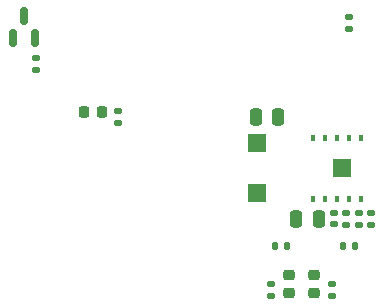
<source format=gbr>
%TF.GenerationSoftware,KiCad,Pcbnew,9.0.0-9.0.0-2~ubuntu22.04.1*%
%TF.CreationDate,2025-03-23T14:57:04+01:00*%
%TF.ProjectId,PCB_Module_Payement,5043425f-4d6f-4647-956c-655f50617965,rev?*%
%TF.SameCoordinates,Original*%
%TF.FileFunction,Paste,Bot*%
%TF.FilePolarity,Positive*%
%FSLAX46Y46*%
G04 Gerber Fmt 4.6, Leading zero omitted, Abs format (unit mm)*
G04 Created by KiCad (PCBNEW 9.0.0-9.0.0-2~ubuntu22.04.1) date 2025-03-23 14:57:04*
%MOMM*%
%LPD*%
G01*
G04 APERTURE LIST*
G04 Aperture macros list*
%AMRoundRect*
0 Rectangle with rounded corners*
0 $1 Rounding radius*
0 $2 $3 $4 $5 $6 $7 $8 $9 X,Y pos of 4 corners*
0 Add a 4 corners polygon primitive as box body*
4,1,4,$2,$3,$4,$5,$6,$7,$8,$9,$2,$3,0*
0 Add four circle primitives for the rounded corners*
1,1,$1+$1,$2,$3*
1,1,$1+$1,$4,$5*
1,1,$1+$1,$6,$7*
1,1,$1+$1,$8,$9*
0 Add four rect primitives between the rounded corners*
20,1,$1+$1,$2,$3,$4,$5,0*
20,1,$1+$1,$4,$5,$6,$7,0*
20,1,$1+$1,$6,$7,$8,$9,0*
20,1,$1+$1,$8,$9,$2,$3,0*%
G04 Aperture macros list end*
%ADD10RoundRect,0.135000X-0.185000X0.135000X-0.185000X-0.135000X0.185000X-0.135000X0.185000X0.135000X0*%
%ADD11RoundRect,0.140000X-0.170000X0.140000X-0.170000X-0.140000X0.170000X-0.140000X0.170000X0.140000X0*%
%ADD12RoundRect,0.135000X0.185000X-0.135000X0.185000X0.135000X-0.185000X0.135000X-0.185000X-0.135000X0*%
%ADD13R,0.400000X0.500000*%
%ADD14R,1.500000X1.500000*%
%ADD15RoundRect,0.218750X-0.256250X0.218750X-0.256250X-0.218750X0.256250X-0.218750X0.256250X0.218750X0*%
%ADD16RoundRect,0.250000X-0.250000X-0.475000X0.250000X-0.475000X0.250000X0.475000X-0.250000X0.475000X0*%
%ADD17RoundRect,0.150000X0.150000X-0.587500X0.150000X0.587500X-0.150000X0.587500X-0.150000X-0.587500X0*%
%ADD18RoundRect,0.135000X0.135000X0.185000X-0.135000X0.185000X-0.135000X-0.185000X0.135000X-0.185000X0*%
%ADD19RoundRect,0.218750X-0.218750X-0.256250X0.218750X-0.256250X0.218750X0.256250X-0.218750X0.256250X0*%
%ADD20RoundRect,0.250000X0.250000X0.475000X-0.250000X0.475000X-0.250000X-0.475000X0.250000X-0.475000X0*%
G04 APERTURE END LIST*
D10*
%TO.C,R15*%
X170100000Y-113490000D03*
X170100000Y-114510000D03*
%TD*%
D11*
%TO.C,C19*%
X176700000Y-90870000D03*
X176700000Y-91830000D03*
%TD*%
D12*
%TO.C,R4*%
X177500000Y-108460000D03*
X177500000Y-107440000D03*
%TD*%
%TO.C,R13*%
X157150000Y-99820000D03*
X157150000Y-98800000D03*
%TD*%
D13*
%TO.C,U3*%
X177650000Y-106250000D03*
X176650000Y-106250000D03*
X175650000Y-106250000D03*
X174650000Y-106250000D03*
X173650000Y-106250000D03*
D14*
X168900000Y-105750000D03*
X168900000Y-101550000D03*
D13*
X173650000Y-101050000D03*
X174650000Y-101050000D03*
X175650000Y-101050000D03*
X176650000Y-101050000D03*
X177650000Y-101050000D03*
D14*
X176050000Y-103650000D03*
%TD*%
D15*
%TO.C,D3*%
X171600000Y-112662500D03*
X171600000Y-114237500D03*
%TD*%
D12*
%TO.C,R8*%
X150200000Y-95360000D03*
X150200000Y-94340000D03*
%TD*%
D10*
%TO.C,R5*%
X176450000Y-107440000D03*
X176450000Y-108460000D03*
%TD*%
D16*
%TO.C,C3*%
X168800000Y-99350000D03*
X170700000Y-99350000D03*
%TD*%
D17*
%TO.C,Q2*%
X150100000Y-92600000D03*
X148200000Y-92600000D03*
X149150000Y-90725000D03*
%TD*%
D18*
%TO.C,R10*%
X171460000Y-110250000D03*
X170440000Y-110250000D03*
%TD*%
D19*
%TO.C,D1*%
X154212500Y-98850000D03*
X155787500Y-98850000D03*
%TD*%
D10*
%TO.C,R3*%
X178550000Y-107440000D03*
X178550000Y-108460000D03*
%TD*%
D18*
%TO.C,R2*%
X177160000Y-110250000D03*
X176140000Y-110250000D03*
%TD*%
D20*
%TO.C,C1*%
X174100000Y-107950000D03*
X172200000Y-107950000D03*
%TD*%
D10*
%TO.C,R21*%
X175200000Y-113440000D03*
X175200000Y-114460000D03*
%TD*%
D15*
%TO.C,D4*%
X173750000Y-112662500D03*
X173750000Y-114237500D03*
%TD*%
D11*
%TO.C,C2*%
X175400000Y-107420000D03*
X175400000Y-108380000D03*
%TD*%
M02*

</source>
